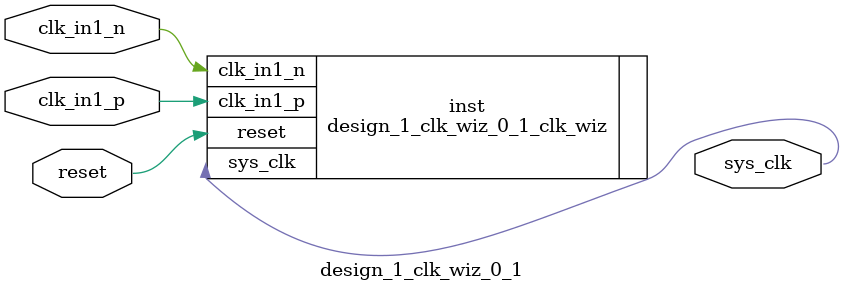
<source format=v>


`timescale 1ps/1ps

(* CORE_GENERATION_INFO = "design_1_clk_wiz_0_1,clk_wiz_v6_0_3_0_0,{component_name=design_1_clk_wiz_0_1,use_phase_alignment=false,use_min_o_jitter=false,use_max_i_jitter=false,use_dyn_phase_shift=false,use_inclk_switchover=false,use_dyn_reconfig=false,enable_axi=0,feedback_source=FDBK_AUTO,PRIMITIVE=MMCM,num_out_clk=1,clkin1_period=3.333,clkin2_period=10.0,use_power_down=false,use_reset=true,use_locked=false,use_inclk_stopped=false,feedback_type=SINGLE,CLOCK_MGR_TYPE=NA,manual_override=false}" *)

module design_1_clk_wiz_0_1 
 (
  // Clock out ports
  output        sys_clk,
  // Status and control signals
  input         reset,
 // Clock in ports
  input         clk_in1_p,
  input         clk_in1_n
 );

  design_1_clk_wiz_0_1_clk_wiz inst
  (
  // Clock out ports  
  .sys_clk(sys_clk),
  // Status and control signals               
  .reset(reset), 
 // Clock in ports
  .clk_in1_p(clk_in1_p),
  .clk_in1_n(clk_in1_n)
  );

endmodule

</source>
